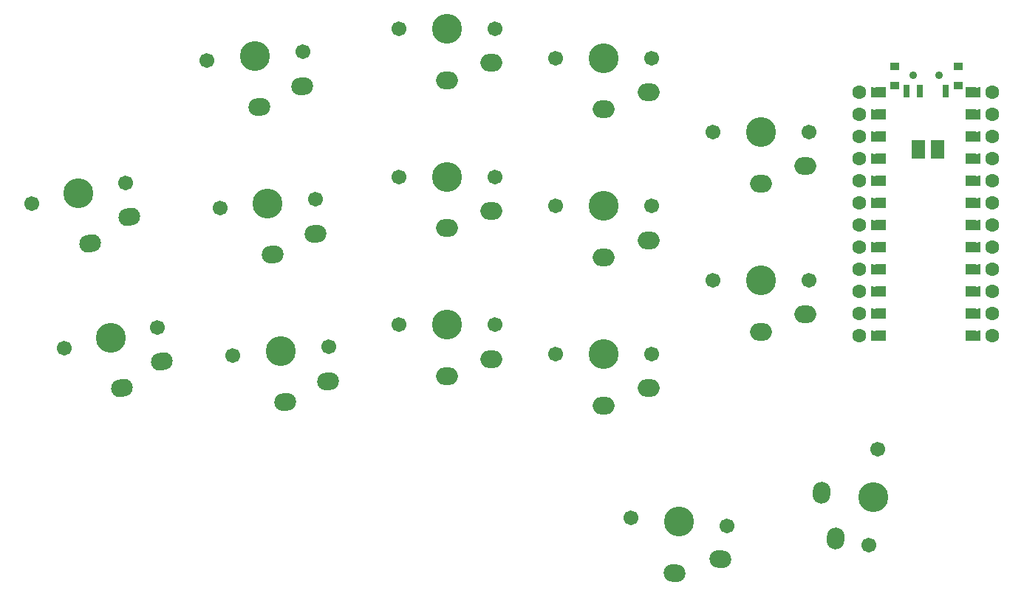
<source format=gbr>
G04 #@! TF.GenerationSoftware,KiCad,Pcbnew,6.0.0-d3dd2cf0fa~116~ubuntu20.04.1*
G04 #@! TF.CreationDate,2022-01-05T21:32:06-05:00*
G04 #@! TF.ProjectId,30,33302e6b-6963-4616-945f-706362585858,0.1*
G04 #@! TF.SameCoordinates,Original*
G04 #@! TF.FileFunction,Soldermask,Top*
G04 #@! TF.FilePolarity,Negative*
%FSLAX46Y46*%
G04 Gerber Fmt 4.6, Leading zero omitted, Abs format (unit mm)*
G04 Created by KiCad (PCBNEW 6.0.0-d3dd2cf0fa~116~ubuntu20.04.1) date 2022-01-05 21:32:06*
%MOMM*%
%LPD*%
G01*
G04 APERTURE LIST*
G04 Aperture macros list*
%AMHorizOval*
0 Thick line with rounded ends*
0 $1 width*
0 $2 $3 position (X,Y) of the first rounded end (center of the circle)*
0 $4 $5 position (X,Y) of the second rounded end (center of the circle)*
0 Add line between two ends*
20,1,$1,$2,$3,$4,$5,0*
0 Add two circle primitives to create the rounded ends*
1,1,$1,$2,$3*
1,1,$1,$4,$5*%
%AMFreePoly0*
4,1,6,0.600000,0.200000,0.000000,-0.400000,-0.600000,0.200000,-0.600000,0.400000,0.600000,0.400000,0.600000,0.200000,0.600000,0.200000,$1*%
%AMFreePoly1*
4,1,6,0.600000,-0.250000,-0.600000,-0.250000,-0.600000,1.000000,0.000000,0.400000,0.600000,1.000000,0.600000,-0.250000,0.600000,-0.250000,$1*%
G04 Aperture macros list end*
%ADD10C,0.100000*%
%ADD11C,1.701800*%
%ADD12C,3.429000*%
%ADD13HorizOval,2.000000X0.244074X0.054110X-0.244074X-0.054110X0*%
%ADD14HorizOval,2.000000X0.249049X0.021789X-0.249049X-0.021789X0*%
%ADD15O,2.500000X2.000000*%
%ADD16HorizOval,2.000000X0.249049X-0.021789X-0.249049X0.021789X0*%
%ADD17HorizOval,2.000000X-0.021789X-0.249049X0.021789X0.249049X0*%
%ADD18C,1.600000*%
%ADD19FreePoly0,90.000000*%
%ADD20FreePoly0,270.000000*%
%ADD21FreePoly1,270.000000*%
%ADD22FreePoly1,90.000000*%
%ADD23C,0.900000*%
G04 APERTURE END LIST*
D10*
X133923000Y-69866000D02*
X133923000Y-71866000D01*
X133923000Y-71866000D02*
X132523000Y-71866000D01*
X132523000Y-71866000D02*
X132523000Y-69866000D01*
X132523000Y-69866000D02*
X133923000Y-69866000D01*
G36*
X133923000Y-71866000D02*
G01*
X132523000Y-71866000D01*
X132523000Y-69866000D01*
X133923000Y-69866000D01*
X133923000Y-71866000D01*
G37*
X133923000Y-71866000D02*
X132523000Y-71866000D01*
X132523000Y-69866000D01*
X133923000Y-69866000D01*
X133923000Y-71866000D01*
X136121558Y-69866000D02*
X136121558Y-71866000D01*
X136121558Y-71866000D02*
X134721558Y-71866000D01*
X134721558Y-71866000D02*
X134721558Y-69866000D01*
X134721558Y-69866000D02*
X136121558Y-69866000D01*
G36*
X136121558Y-71866000D02*
G01*
X134721558Y-71866000D01*
X134721558Y-69866000D01*
X136121558Y-69866000D01*
X136121558Y-71866000D01*
G37*
X136121558Y-71866000D02*
X134721558Y-71866000D01*
X134721558Y-69866000D01*
X136121558Y-69866000D01*
X136121558Y-71866000D01*
X129059009Y-63826446D02*
X129059009Y-64842446D01*
X129059009Y-64842446D02*
X128043009Y-64842446D01*
X128043009Y-64842446D02*
X128043009Y-63826446D01*
X128043009Y-63826446D02*
X129059009Y-63826446D01*
G36*
X129059009Y-64842446D02*
G01*
X128043009Y-64842446D01*
X128043009Y-63826446D01*
X129059009Y-63826446D01*
X129059009Y-64842446D01*
G37*
X129059009Y-64842446D02*
X128043009Y-64842446D01*
X128043009Y-63826446D01*
X129059009Y-63826446D01*
X129059009Y-64842446D01*
X129059009Y-76526446D02*
X129059009Y-77542446D01*
X129059009Y-77542446D02*
X128043009Y-77542446D01*
X128043009Y-77542446D02*
X128043009Y-76526446D01*
X128043009Y-76526446D02*
X129059009Y-76526446D01*
G36*
X129059009Y-77542446D02*
G01*
X128043009Y-77542446D01*
X128043009Y-76526446D01*
X129059009Y-76526446D01*
X129059009Y-77542446D01*
G37*
X129059009Y-77542446D02*
X128043009Y-77542446D01*
X128043009Y-76526446D01*
X129059009Y-76526446D01*
X129059009Y-77542446D01*
X129059009Y-71446446D02*
X129059009Y-72462446D01*
X129059009Y-72462446D02*
X128043009Y-72462446D01*
X128043009Y-72462446D02*
X128043009Y-71446446D01*
X128043009Y-71446446D02*
X129059009Y-71446446D01*
G36*
X129059009Y-72462446D02*
G01*
X128043009Y-72462446D01*
X128043009Y-71446446D01*
X129059009Y-71446446D01*
X129059009Y-72462446D01*
G37*
X129059009Y-72462446D02*
X128043009Y-72462446D01*
X128043009Y-71446446D01*
X129059009Y-71446446D01*
X129059009Y-72462446D01*
X139219009Y-64842446D02*
X139219009Y-63826446D01*
X139219009Y-63826446D02*
X140235009Y-63826446D01*
X140235009Y-63826446D02*
X140235009Y-64842446D01*
X140235009Y-64842446D02*
X139219009Y-64842446D01*
G36*
X140235009Y-64842446D02*
G01*
X139219009Y-64842446D01*
X139219009Y-63826446D01*
X140235009Y-63826446D01*
X140235009Y-64842446D01*
G37*
X140235009Y-64842446D02*
X139219009Y-64842446D01*
X139219009Y-63826446D01*
X140235009Y-63826446D01*
X140235009Y-64842446D01*
X139219009Y-80082446D02*
X139219009Y-79066446D01*
X139219009Y-79066446D02*
X140235009Y-79066446D01*
X140235009Y-79066446D02*
X140235009Y-80082446D01*
X140235009Y-80082446D02*
X139219009Y-80082446D01*
G36*
X140235009Y-80082446D02*
G01*
X139219009Y-80082446D01*
X139219009Y-79066446D01*
X140235009Y-79066446D01*
X140235009Y-80082446D01*
G37*
X140235009Y-80082446D02*
X139219009Y-80082446D01*
X139219009Y-79066446D01*
X140235009Y-79066446D01*
X140235009Y-80082446D01*
X129059009Y-79066446D02*
X129059009Y-80082446D01*
X129059009Y-80082446D02*
X128043009Y-80082446D01*
X128043009Y-80082446D02*
X128043009Y-79066446D01*
X128043009Y-79066446D02*
X129059009Y-79066446D01*
G36*
X129059009Y-80082446D02*
G01*
X128043009Y-80082446D01*
X128043009Y-79066446D01*
X129059009Y-79066446D01*
X129059009Y-80082446D01*
G37*
X129059009Y-80082446D02*
X128043009Y-80082446D01*
X128043009Y-79066446D01*
X129059009Y-79066446D01*
X129059009Y-80082446D01*
X139219009Y-85162446D02*
X139219009Y-84146446D01*
X139219009Y-84146446D02*
X140235009Y-84146446D01*
X140235009Y-84146446D02*
X140235009Y-85162446D01*
X140235009Y-85162446D02*
X139219009Y-85162446D01*
G36*
X140235009Y-85162446D02*
G01*
X139219009Y-85162446D01*
X139219009Y-84146446D01*
X140235009Y-84146446D01*
X140235009Y-85162446D01*
G37*
X140235009Y-85162446D02*
X139219009Y-85162446D01*
X139219009Y-84146446D01*
X140235009Y-84146446D01*
X140235009Y-85162446D01*
X139219009Y-77542446D02*
X139219009Y-76526446D01*
X139219009Y-76526446D02*
X140235009Y-76526446D01*
X140235009Y-76526446D02*
X140235009Y-77542446D01*
X140235009Y-77542446D02*
X139219009Y-77542446D01*
G36*
X140235009Y-77542446D02*
G01*
X139219009Y-77542446D01*
X139219009Y-76526446D01*
X140235009Y-76526446D01*
X140235009Y-77542446D01*
G37*
X140235009Y-77542446D02*
X139219009Y-77542446D01*
X139219009Y-76526446D01*
X140235009Y-76526446D01*
X140235009Y-77542446D01*
X129059009Y-84146446D02*
X129059009Y-85162446D01*
X129059009Y-85162446D02*
X128043009Y-85162446D01*
X128043009Y-85162446D02*
X128043009Y-84146446D01*
X128043009Y-84146446D02*
X129059009Y-84146446D01*
G36*
X129059009Y-85162446D02*
G01*
X128043009Y-85162446D01*
X128043009Y-84146446D01*
X129059009Y-84146446D01*
X129059009Y-85162446D01*
G37*
X129059009Y-85162446D02*
X128043009Y-85162446D01*
X128043009Y-84146446D01*
X129059009Y-84146446D01*
X129059009Y-85162446D01*
X129059009Y-66366446D02*
X129059009Y-67382446D01*
X129059009Y-67382446D02*
X128043009Y-67382446D01*
X128043009Y-67382446D02*
X128043009Y-66366446D01*
X128043009Y-66366446D02*
X129059009Y-66366446D01*
G36*
X129059009Y-67382446D02*
G01*
X128043009Y-67382446D01*
X128043009Y-66366446D01*
X129059009Y-66366446D01*
X129059009Y-67382446D01*
G37*
X129059009Y-67382446D02*
X128043009Y-67382446D01*
X128043009Y-66366446D01*
X129059009Y-66366446D01*
X129059009Y-67382446D01*
X139219009Y-69922446D02*
X139219009Y-68906446D01*
X139219009Y-68906446D02*
X140235009Y-68906446D01*
X140235009Y-68906446D02*
X140235009Y-69922446D01*
X140235009Y-69922446D02*
X139219009Y-69922446D01*
G36*
X140235009Y-69922446D02*
G01*
X139219009Y-69922446D01*
X139219009Y-68906446D01*
X140235009Y-68906446D01*
X140235009Y-69922446D01*
G37*
X140235009Y-69922446D02*
X139219009Y-69922446D01*
X139219009Y-68906446D01*
X140235009Y-68906446D01*
X140235009Y-69922446D01*
X129059009Y-81606446D02*
X129059009Y-82622446D01*
X129059009Y-82622446D02*
X128043009Y-82622446D01*
X128043009Y-82622446D02*
X128043009Y-81606446D01*
X128043009Y-81606446D02*
X129059009Y-81606446D01*
G36*
X129059009Y-82622446D02*
G01*
X128043009Y-82622446D01*
X128043009Y-81606446D01*
X129059009Y-81606446D01*
X129059009Y-82622446D01*
G37*
X129059009Y-82622446D02*
X128043009Y-82622446D01*
X128043009Y-81606446D01*
X129059009Y-81606446D01*
X129059009Y-82622446D01*
X139219009Y-75002446D02*
X139219009Y-73986446D01*
X139219009Y-73986446D02*
X140235009Y-73986446D01*
X140235009Y-73986446D02*
X140235009Y-75002446D01*
X140235009Y-75002446D02*
X139219009Y-75002446D01*
G36*
X140235009Y-75002446D02*
G01*
X139219009Y-75002446D01*
X139219009Y-73986446D01*
X140235009Y-73986446D01*
X140235009Y-75002446D01*
G37*
X140235009Y-75002446D02*
X139219009Y-75002446D01*
X139219009Y-73986446D01*
X140235009Y-73986446D01*
X140235009Y-75002446D01*
X129059009Y-68906446D02*
X129059009Y-69922446D01*
X129059009Y-69922446D02*
X128043009Y-69922446D01*
X128043009Y-69922446D02*
X128043009Y-68906446D01*
X128043009Y-68906446D02*
X129059009Y-68906446D01*
G36*
X129059009Y-69922446D02*
G01*
X128043009Y-69922446D01*
X128043009Y-68906446D01*
X129059009Y-68906446D01*
X129059009Y-69922446D01*
G37*
X129059009Y-69922446D02*
X128043009Y-69922446D01*
X128043009Y-68906446D01*
X129059009Y-68906446D01*
X129059009Y-69922446D01*
X129059009Y-89226446D02*
X129059009Y-90242446D01*
X129059009Y-90242446D02*
X128043009Y-90242446D01*
X128043009Y-90242446D02*
X128043009Y-89226446D01*
X128043009Y-89226446D02*
X129059009Y-89226446D01*
G36*
X129059009Y-90242446D02*
G01*
X128043009Y-90242446D01*
X128043009Y-89226446D01*
X129059009Y-89226446D01*
X129059009Y-90242446D01*
G37*
X129059009Y-90242446D02*
X128043009Y-90242446D01*
X128043009Y-89226446D01*
X129059009Y-89226446D01*
X129059009Y-90242446D01*
X139219009Y-67382446D02*
X139219009Y-66366446D01*
X139219009Y-66366446D02*
X140235009Y-66366446D01*
X140235009Y-66366446D02*
X140235009Y-67382446D01*
X140235009Y-67382446D02*
X139219009Y-67382446D01*
G36*
X140235009Y-67382446D02*
G01*
X139219009Y-67382446D01*
X139219009Y-66366446D01*
X140235009Y-66366446D01*
X140235009Y-67382446D01*
G37*
X140235009Y-67382446D02*
X139219009Y-67382446D01*
X139219009Y-66366446D01*
X140235009Y-66366446D01*
X140235009Y-67382446D01*
X139219009Y-87702446D02*
X139219009Y-86686446D01*
X139219009Y-86686446D02*
X140235009Y-86686446D01*
X140235009Y-86686446D02*
X140235009Y-87702446D01*
X140235009Y-87702446D02*
X139219009Y-87702446D01*
G36*
X140235009Y-87702446D02*
G01*
X139219009Y-87702446D01*
X139219009Y-86686446D01*
X140235009Y-86686446D01*
X140235009Y-87702446D01*
G37*
X140235009Y-87702446D02*
X139219009Y-87702446D01*
X139219009Y-86686446D01*
X140235009Y-86686446D01*
X140235009Y-87702446D01*
X139219009Y-92782446D02*
X139219009Y-91766446D01*
X139219009Y-91766446D02*
X140235009Y-91766446D01*
X140235009Y-91766446D02*
X140235009Y-92782446D01*
X140235009Y-92782446D02*
X139219009Y-92782446D01*
G36*
X140235009Y-92782446D02*
G01*
X139219009Y-92782446D01*
X139219009Y-91766446D01*
X140235009Y-91766446D01*
X140235009Y-92782446D01*
G37*
X140235009Y-92782446D02*
X139219009Y-92782446D01*
X139219009Y-91766446D01*
X140235009Y-91766446D01*
X140235009Y-92782446D01*
X139219009Y-82622446D02*
X139219009Y-81606446D01*
X139219009Y-81606446D02*
X140235009Y-81606446D01*
X140235009Y-81606446D02*
X140235009Y-82622446D01*
X140235009Y-82622446D02*
X139219009Y-82622446D01*
G36*
X140235009Y-82622446D02*
G01*
X139219009Y-82622446D01*
X139219009Y-81606446D01*
X140235009Y-81606446D01*
X140235009Y-82622446D01*
G37*
X140235009Y-82622446D02*
X139219009Y-82622446D01*
X139219009Y-81606446D01*
X140235009Y-81606446D01*
X140235009Y-82622446D01*
X129059009Y-91766446D02*
X129059009Y-92782446D01*
X129059009Y-92782446D02*
X128043009Y-92782446D01*
X128043009Y-92782446D02*
X128043009Y-91766446D01*
X128043009Y-91766446D02*
X129059009Y-91766446D01*
G36*
X129059009Y-92782446D02*
G01*
X128043009Y-92782446D01*
X128043009Y-91766446D01*
X129059009Y-91766446D01*
X129059009Y-92782446D01*
G37*
X129059009Y-92782446D02*
X128043009Y-92782446D01*
X128043009Y-91766446D01*
X129059009Y-91766446D01*
X129059009Y-92782446D01*
X139219009Y-90242446D02*
X139219009Y-89226446D01*
X139219009Y-89226446D02*
X140235009Y-89226446D01*
X140235009Y-89226446D02*
X140235009Y-90242446D01*
X140235009Y-90242446D02*
X139219009Y-90242446D01*
G36*
X140235009Y-90242446D02*
G01*
X139219009Y-90242446D01*
X139219009Y-89226446D01*
X140235009Y-89226446D01*
X140235009Y-90242446D01*
G37*
X140235009Y-90242446D02*
X139219009Y-90242446D01*
X139219009Y-89226446D01*
X140235009Y-89226446D01*
X140235009Y-90242446D01*
X139219009Y-72462446D02*
X139219009Y-71446446D01*
X139219009Y-71446446D02*
X140235009Y-71446446D01*
X140235009Y-71446446D02*
X140235009Y-72462446D01*
X140235009Y-72462446D02*
X139219009Y-72462446D01*
G36*
X140235009Y-72462446D02*
G01*
X139219009Y-72462446D01*
X139219009Y-71446446D01*
X140235009Y-71446446D01*
X140235009Y-72462446D01*
G37*
X140235009Y-72462446D02*
X139219009Y-72462446D01*
X139219009Y-71446446D01*
X140235009Y-71446446D01*
X140235009Y-72462446D01*
X129059009Y-86686446D02*
X129059009Y-87702446D01*
X129059009Y-87702446D02*
X128043009Y-87702446D01*
X128043009Y-87702446D02*
X128043009Y-86686446D01*
X128043009Y-86686446D02*
X129059009Y-86686446D01*
G36*
X129059009Y-87702446D02*
G01*
X128043009Y-87702446D01*
X128043009Y-86686446D01*
X129059009Y-86686446D01*
X129059009Y-87702446D01*
G37*
X129059009Y-87702446D02*
X128043009Y-87702446D01*
X128043009Y-86686446D01*
X129059009Y-86686446D01*
X129059009Y-87702446D01*
X129059009Y-73986446D02*
X129059009Y-75002446D01*
X129059009Y-75002446D02*
X128043009Y-75002446D01*
X128043009Y-75002446D02*
X128043009Y-73986446D01*
X128043009Y-73986446D02*
X129059009Y-73986446D01*
G36*
X129059009Y-75002446D02*
G01*
X128043009Y-75002446D01*
X128043009Y-73986446D01*
X129059009Y-73986446D01*
X129059009Y-75002446D01*
G37*
X129059009Y-75002446D02*
X128043009Y-75002446D01*
X128043009Y-73986446D01*
X129059009Y-73986446D01*
X129059009Y-75002446D01*
X136697486Y-63491256D02*
X136697486Y-64891256D01*
X136697486Y-64891256D02*
X136097486Y-64891256D01*
X136097486Y-64891256D02*
X136097486Y-63491256D01*
X136097486Y-63491256D02*
X136697486Y-63491256D01*
G36*
X136697486Y-64891256D02*
G01*
X136097486Y-64891256D01*
X136097486Y-63491256D01*
X136697486Y-63491256D01*
X136697486Y-64891256D01*
G37*
X136697486Y-64891256D02*
X136097486Y-64891256D01*
X136097486Y-63491256D01*
X136697486Y-63491256D01*
X136697486Y-64891256D01*
X130947486Y-60991256D02*
X130947486Y-61691256D01*
X130947486Y-61691256D02*
X130047486Y-61691256D01*
X130047486Y-61691256D02*
X130047486Y-60991256D01*
X130047486Y-60991256D02*
X130947486Y-60991256D01*
G36*
X130947486Y-61691256D02*
G01*
X130047486Y-61691256D01*
X130047486Y-60991256D01*
X130947486Y-60991256D01*
X130947486Y-61691256D01*
G37*
X130947486Y-61691256D02*
X130047486Y-61691256D01*
X130047486Y-60991256D01*
X130947486Y-60991256D01*
X130947486Y-61691256D01*
X133697486Y-63491256D02*
X133697486Y-64891256D01*
X133697486Y-64891256D02*
X133097486Y-64891256D01*
X133097486Y-64891256D02*
X133097486Y-63491256D01*
X133097486Y-63491256D02*
X133697486Y-63491256D01*
G36*
X133697486Y-64891256D02*
G01*
X133097486Y-64891256D01*
X133097486Y-63491256D01*
X133697486Y-63491256D01*
X133697486Y-64891256D01*
G37*
X133697486Y-64891256D02*
X133097486Y-64891256D01*
X133097486Y-63491256D01*
X133697486Y-63491256D01*
X133697486Y-64891256D01*
X138247486Y-63191256D02*
X138247486Y-63891256D01*
X138247486Y-63891256D02*
X137347486Y-63891256D01*
X137347486Y-63891256D02*
X137347486Y-63191256D01*
X137347486Y-63191256D02*
X138247486Y-63191256D01*
G36*
X138247486Y-63891256D02*
G01*
X137347486Y-63891256D01*
X137347486Y-63191256D01*
X138247486Y-63191256D01*
X138247486Y-63891256D01*
G37*
X138247486Y-63891256D02*
X137347486Y-63891256D01*
X137347486Y-63191256D01*
X138247486Y-63191256D01*
X138247486Y-63891256D01*
X138247486Y-60991256D02*
X138247486Y-61691256D01*
X138247486Y-61691256D02*
X137347486Y-61691256D01*
X137347486Y-61691256D02*
X137347486Y-60991256D01*
X137347486Y-60991256D02*
X138247486Y-60991256D01*
G36*
X138247486Y-61691256D02*
G01*
X137347486Y-61691256D01*
X137347486Y-60991256D01*
X138247486Y-60991256D01*
X138247486Y-61691256D01*
G37*
X138247486Y-61691256D02*
X137347486Y-61691256D01*
X137347486Y-60991256D01*
X138247486Y-60991256D01*
X138247486Y-61691256D01*
X132197486Y-63491256D02*
X132197486Y-64891256D01*
X132197486Y-64891256D02*
X131597486Y-64891256D01*
X131597486Y-64891256D02*
X131597486Y-63491256D01*
X131597486Y-63491256D02*
X132197486Y-63491256D01*
G36*
X132197486Y-64891256D02*
G01*
X131597486Y-64891256D01*
X131597486Y-63491256D01*
X132197486Y-63491256D01*
X132197486Y-64891256D01*
G37*
X132197486Y-64891256D02*
X131597486Y-64891256D01*
X131597486Y-63491256D01*
X132197486Y-63491256D01*
X132197486Y-64891256D01*
X130947486Y-63191256D02*
X130947486Y-63891256D01*
X130947486Y-63891256D02*
X130047486Y-63891256D01*
X130047486Y-63891256D02*
X130047486Y-63191256D01*
X130047486Y-63191256D02*
X130947486Y-63191256D01*
G36*
X130947486Y-63891256D02*
G01*
X130047486Y-63891256D01*
X130047486Y-63191256D01*
X130947486Y-63191256D01*
X130947486Y-63891256D01*
G37*
X130947486Y-63891256D02*
X130047486Y-63891256D01*
X130047486Y-63191256D01*
X130947486Y-63191256D01*
X130947486Y-63891256D01*
D11*
X31674953Y-77114146D03*
X42414209Y-74733310D03*
D12*
X37044581Y-75923728D03*
D13*
X42867805Y-78627440D03*
X38321575Y-81683874D03*
D12*
X57238860Y-60190585D03*
D11*
X51759789Y-60669942D03*
X62717931Y-59711228D03*
D14*
X62659360Y-63631250D03*
X57753079Y-66068134D03*
D11*
X73744393Y-57058851D03*
X84744393Y-57058851D03*
D12*
X79244393Y-57058851D03*
D15*
X84344393Y-60958851D03*
X79244393Y-62958851D03*
D12*
X97233086Y-60427567D03*
D11*
X91733086Y-60427567D03*
X102733086Y-60427567D03*
D15*
X102333086Y-64327567D03*
X97233086Y-66327567D03*
D11*
X120733089Y-68927570D03*
D12*
X115233089Y-68927570D03*
D11*
X109733089Y-68927570D03*
D15*
X120333089Y-72827570D03*
X115233089Y-74827570D03*
D11*
X46093685Y-91330336D03*
D12*
X40724057Y-92520754D03*
D11*
X35354429Y-93711172D03*
D13*
X46547281Y-95224466D03*
X42001051Y-98280900D03*
D11*
X53241431Y-77605258D03*
X64199573Y-76646544D03*
D12*
X58720502Y-77125901D03*
D14*
X64141002Y-80566566D03*
X59234721Y-83003450D03*
D12*
X79244389Y-74058851D03*
D11*
X84744389Y-74058851D03*
X73744389Y-74058851D03*
D15*
X84344389Y-77958851D03*
X79244389Y-79958851D03*
D11*
X102733093Y-77427564D03*
X91733093Y-77427564D03*
D12*
X97233093Y-77427564D03*
D15*
X102333093Y-81327564D03*
X97233093Y-83327564D03*
D11*
X109733093Y-85927569D03*
X120733093Y-85927569D03*
D12*
X115233093Y-85927569D03*
D15*
X120333093Y-89827569D03*
X115233093Y-91827569D03*
D12*
X60202150Y-94061209D03*
D11*
X54723079Y-94540566D03*
X65681221Y-93581852D03*
D14*
X65622650Y-97501874D03*
X60716369Y-99938758D03*
D12*
X79244382Y-91058862D03*
D11*
X84744382Y-91058862D03*
X73744382Y-91058862D03*
D15*
X84344382Y-94958862D03*
X79244382Y-96958862D03*
D11*
X91733093Y-94427566D03*
D12*
X97233093Y-94427566D03*
D11*
X102733093Y-94427566D03*
D15*
X102333093Y-98327566D03*
X97233093Y-100327566D03*
D11*
X111302935Y-114125535D03*
X100344793Y-113166821D03*
D12*
X105823864Y-113646178D03*
D16*
X110564550Y-117975832D03*
X105309645Y-119523727D03*
D17*
X122220681Y-110312378D03*
X123768576Y-115567283D03*
D11*
X127618873Y-116305668D03*
D12*
X128098230Y-110826597D03*
D11*
X128577587Y-105347526D03*
D18*
X126519009Y-64334446D03*
X141759009Y-74494446D03*
D19*
X128297009Y-71954446D03*
D20*
X139981009Y-82114446D03*
D18*
X141759009Y-69414446D03*
X126519009Y-71954446D03*
X126519009Y-77034446D03*
D19*
X128297009Y-87194446D03*
X128297009Y-92274446D03*
D18*
X141759009Y-79574446D03*
D19*
X128297009Y-84654446D03*
D18*
X141759009Y-92274446D03*
D20*
X139981009Y-87194446D03*
D19*
X128297009Y-77034446D03*
X128297009Y-79574446D03*
D18*
X126519009Y-66874446D03*
X141759009Y-84654446D03*
D19*
X128297009Y-64334446D03*
D18*
X141759009Y-77034446D03*
X141759009Y-64334446D03*
D19*
X128297009Y-66874446D03*
X128297009Y-89734446D03*
D20*
X139981009Y-89734446D03*
D18*
X141759009Y-82114446D03*
X141759009Y-71954446D03*
X126519009Y-69414446D03*
D19*
X128297009Y-74494446D03*
D20*
X139981009Y-79574446D03*
D18*
X126519009Y-89734446D03*
X126519009Y-79574446D03*
D19*
X128297009Y-69414446D03*
D18*
X126519009Y-87194446D03*
D20*
X139981009Y-74494446D03*
D18*
X141759009Y-66874446D03*
D20*
X139981009Y-69414446D03*
D18*
X126519009Y-74494446D03*
D20*
X139981009Y-71954446D03*
D18*
X126519009Y-84654446D03*
D20*
X139981009Y-66874446D03*
D18*
X126519009Y-92274446D03*
D20*
X139981009Y-64334446D03*
D18*
X126519009Y-82114446D03*
D20*
X139981009Y-84654446D03*
D18*
X141759009Y-89734446D03*
D20*
X139981009Y-92274446D03*
D19*
X128297009Y-82114446D03*
D20*
X139981009Y-77034446D03*
D18*
X141759009Y-87194446D03*
D21*
X138965009Y-64334446D03*
X138965009Y-66874446D03*
X138965009Y-69414446D03*
X138965009Y-71954446D03*
X138965009Y-74494446D03*
X138965009Y-77034446D03*
X138965009Y-79574446D03*
X138965009Y-82114446D03*
X138965009Y-84654446D03*
X138965009Y-87194446D03*
X138965009Y-89734446D03*
X138965009Y-92274446D03*
D22*
X129313009Y-92274446D03*
X129313009Y-89734446D03*
X129313009Y-87194446D03*
X129313009Y-84654446D03*
X129313009Y-82114446D03*
X129313009Y-79574446D03*
X129313009Y-77034446D03*
X129313009Y-74494446D03*
X129313009Y-71954446D03*
X129313009Y-69414446D03*
X129313009Y-66874446D03*
X129313009Y-64334446D03*
D23*
X135647486Y-62441256D03*
X132647486Y-62441256D03*
X135647486Y-62441256D03*
X132647486Y-62441256D03*
M02*

</source>
